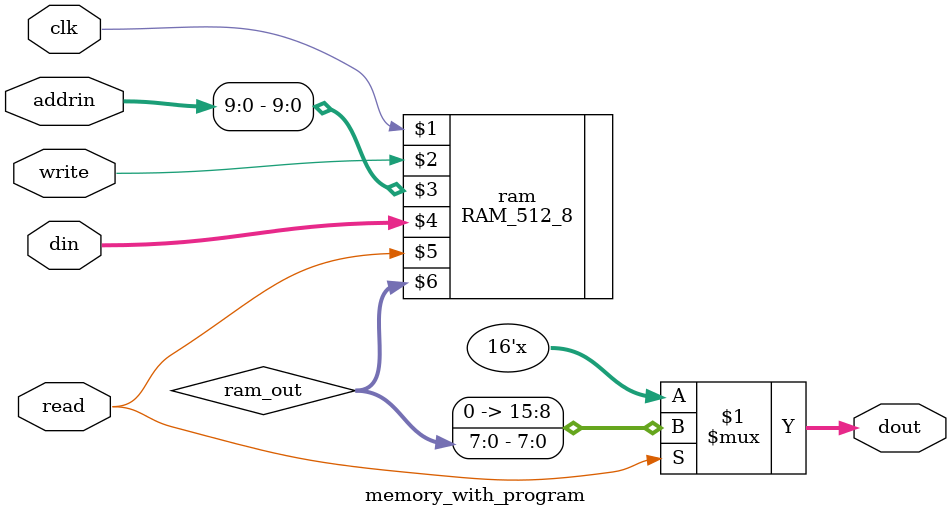
<source format=v>
module memory_with_program(din, addrin, read, write, clk, dout);
    /* Input ports */
    input [7:0] din;
    input [15:0] addrin;
    input read, write, clk;

    /* Output ports */
    output [15:0] dout;

    /* If read is high, dout[15:0] will be data[15:0][id] */
    assign dout = (read)? {8'h00, ram_out} : 16'hzzzz;

    /* Internal */
    wire [7:0] ram_out;

    //initial $readmemh("Testbenches/IceStick/prog.hex", data);     
    
    /* Instantiate block ram */
    RAM_512_8 ram(clk, write, addrin[9:0], din, read, ram_out);
endmodule
</source>
